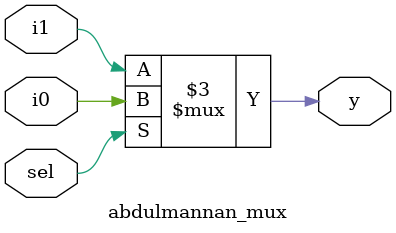
<source format=v>
module abdulmannan_mux (input i0 , input i1 , input sel , output reg y);
always @ (*)
begin
	if(sel)
		y <= i0;
	else 
		y <= i1;
end
endmodule
</source>
